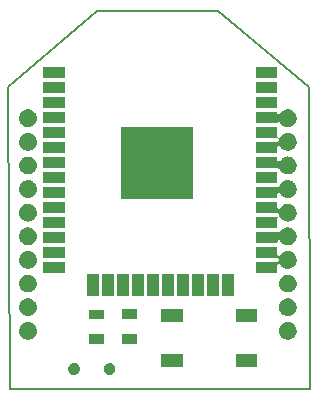
<source format=gts>
%TF.GenerationSoftware,KiCad,Pcbnew,(5.1.0-1094-g655126d66)*%
%TF.CreationDate,2019-06-26T20:43:34+09:00*%
%TF.ProjectId,xbee,78626565-2e6b-4696-9361-645f70636258,rev?*%
%TF.SameCoordinates,Original*%
%TF.FileFunction,Soldermask,Top*%
%TF.FilePolarity,Negative*%
%FSLAX46Y46*%
G04 Gerber Fmt 4.6, Leading zero omitted, Abs format (unit mm)*
G04 Created by KiCad (PCBNEW (5.1.0-1094-g655126d66)) date 2019-06-26 20:43:34*
%MOMM*%
%LPD*%
G04 APERTURE LIST*
%ADD10C,0.150000*%
%ADD11C,0.100000*%
G04 APERTURE END LIST*
D10*
X143250000Y-90250000D02*
X153500000Y-90250000D01*
X135750000Y-96750000D02*
X143250000Y-90250000D01*
X135750000Y-96750000D02*
X135850000Y-122250000D01*
X153500000Y-90250000D02*
X161201100Y-96750000D01*
X161201100Y-96750000D02*
X161250000Y-122250000D01*
X161250000Y-122250000D02*
X135850000Y-122250000D01*
D11*
G36*
X141353523Y-120081377D02*
G01*
X141394623Y-120083962D01*
X141415208Y-120090651D01*
X141445448Y-120095197D01*
X141483648Y-120112888D01*
X141515011Y-120123079D01*
X141540285Y-120139118D01*
X141575670Y-120155506D01*
X141601030Y-120177668D01*
X141621888Y-120190905D01*
X141648021Y-120218734D01*
X141683730Y-120249940D01*
X141697322Y-120271234D01*
X141708540Y-120283180D01*
X141730847Y-120323757D01*
X141760943Y-120370907D01*
X141765655Y-120387072D01*
X141769520Y-120394103D01*
X141782951Y-120446413D01*
X141801101Y-120508683D01*
X141800996Y-120516694D01*
X141801000Y-120516709D01*
X141801000Y-120643291D01*
X141799250Y-120650106D01*
X141799063Y-120664410D01*
X141781450Y-120719433D01*
X141769520Y-120765897D01*
X141762474Y-120778713D01*
X141755312Y-120801088D01*
X141727760Y-120841858D01*
X141708540Y-120876820D01*
X141692824Y-120893556D01*
X141674959Y-120919992D01*
X141643572Y-120946004D01*
X141621888Y-120969095D01*
X141595510Y-120985835D01*
X141564463Y-121011565D01*
X141534761Y-121024387D01*
X141515011Y-121036921D01*
X141477478Y-121049116D01*
X141432707Y-121068444D01*
X141408954Y-121071382D01*
X141394623Y-121076038D01*
X141347162Y-121079024D01*
X141290283Y-121086058D01*
X141274974Y-121083565D01*
X141268293Y-121083985D01*
X141214222Y-121073671D01*
X141148640Y-121062990D01*
X141079542Y-121029957D01*
X141029419Y-121006371D01*
X141028345Y-121005483D01*
X141019165Y-121001094D01*
X140972293Y-120959112D01*
X140931884Y-120925683D01*
X140926135Y-120917770D01*
X140912266Y-120905348D01*
X140883691Y-120859351D01*
X140857481Y-120823276D01*
X140850805Y-120806415D01*
X140836536Y-120783446D01*
X140824298Y-120739465D01*
X140810883Y-120705583D01*
X140807568Y-120679341D01*
X140798065Y-120645190D01*
X140798552Y-120607975D01*
X140795018Y-120580000D01*
X140799369Y-120545559D01*
X140799943Y-120501693D01*
X140808390Y-120474150D01*
X140810883Y-120454417D01*
X140826672Y-120414538D01*
X140842021Y-120364491D01*
X140853232Y-120347457D01*
X140857481Y-120336724D01*
X140887365Y-120295592D01*
X140920915Y-120244614D01*
X140930027Y-120236872D01*
X140931884Y-120234317D01*
X140975762Y-120198018D01*
X141030284Y-120151698D01*
X141092992Y-120123713D01*
X141143950Y-120099734D01*
X141148797Y-120098809D01*
X141161335Y-120093214D01*
X141219951Y-120085237D01*
X141268293Y-120076015D01*
X141281570Y-120076850D01*
X141303534Y-120073861D01*
X141353523Y-120081377D01*
X141353523Y-120081377D01*
G37*
G36*
X144353523Y-120081377D02*
G01*
X144394623Y-120083962D01*
X144415208Y-120090651D01*
X144445448Y-120095197D01*
X144483648Y-120112888D01*
X144515011Y-120123079D01*
X144540285Y-120139118D01*
X144575670Y-120155506D01*
X144601030Y-120177668D01*
X144621888Y-120190905D01*
X144648021Y-120218734D01*
X144683730Y-120249940D01*
X144697322Y-120271234D01*
X144708540Y-120283180D01*
X144730847Y-120323757D01*
X144760943Y-120370907D01*
X144765655Y-120387072D01*
X144769520Y-120394103D01*
X144782951Y-120446413D01*
X144801101Y-120508683D01*
X144800996Y-120516694D01*
X144801000Y-120516709D01*
X144801000Y-120643291D01*
X144799250Y-120650106D01*
X144799063Y-120664410D01*
X144781450Y-120719433D01*
X144769520Y-120765897D01*
X144762474Y-120778713D01*
X144755312Y-120801088D01*
X144727760Y-120841858D01*
X144708540Y-120876820D01*
X144692824Y-120893556D01*
X144674959Y-120919992D01*
X144643572Y-120946004D01*
X144621888Y-120969095D01*
X144595510Y-120985835D01*
X144564463Y-121011565D01*
X144534761Y-121024387D01*
X144515011Y-121036921D01*
X144477478Y-121049116D01*
X144432707Y-121068444D01*
X144408954Y-121071382D01*
X144394623Y-121076038D01*
X144347162Y-121079024D01*
X144290283Y-121086058D01*
X144274974Y-121083565D01*
X144268293Y-121083985D01*
X144214222Y-121073671D01*
X144148640Y-121062990D01*
X144079542Y-121029957D01*
X144029419Y-121006371D01*
X144028345Y-121005483D01*
X144019165Y-121001094D01*
X143972293Y-120959112D01*
X143931884Y-120925683D01*
X143926135Y-120917770D01*
X143912266Y-120905348D01*
X143883691Y-120859351D01*
X143857481Y-120823276D01*
X143850805Y-120806415D01*
X143836536Y-120783446D01*
X143824298Y-120739465D01*
X143810883Y-120705583D01*
X143807568Y-120679341D01*
X143798065Y-120645190D01*
X143798552Y-120607975D01*
X143795018Y-120580000D01*
X143799369Y-120545559D01*
X143799943Y-120501693D01*
X143808390Y-120474150D01*
X143810883Y-120454417D01*
X143826672Y-120414538D01*
X143842021Y-120364491D01*
X143853232Y-120347457D01*
X143857481Y-120336724D01*
X143887365Y-120295592D01*
X143920915Y-120244614D01*
X143930027Y-120236872D01*
X143931884Y-120234317D01*
X143975762Y-120198018D01*
X144030284Y-120151698D01*
X144092992Y-120123713D01*
X144143950Y-120099734D01*
X144148797Y-120098809D01*
X144161335Y-120093214D01*
X144219951Y-120085237D01*
X144268293Y-120076015D01*
X144281570Y-120076850D01*
X144303534Y-120073861D01*
X144353523Y-120081377D01*
X144353523Y-120081377D01*
G37*
G36*
X156801000Y-120451000D02*
G01*
X154999000Y-120451000D01*
X154999000Y-119349000D01*
X156801000Y-119349000D01*
X156801000Y-120451000D01*
X156801000Y-120451000D01*
G37*
G36*
X150501000Y-120451000D02*
G01*
X148699000Y-120451000D01*
X148699000Y-119349000D01*
X150501000Y-119349000D01*
X150501000Y-120451000D01*
X150501000Y-120451000D01*
G37*
G36*
X146671000Y-118451000D02*
G01*
X145369000Y-118451000D01*
X145369000Y-117649000D01*
X146671000Y-117649000D01*
X146671000Y-118451000D01*
X146671000Y-118451000D01*
G37*
G36*
X143877000Y-118451000D02*
G01*
X142575000Y-118451000D01*
X142575000Y-117649000D01*
X143877000Y-117649000D01*
X143877000Y-118451000D01*
X143877000Y-118451000D01*
G37*
G36*
X137488225Y-116602749D02*
G01*
X137523382Y-116604714D01*
X137568027Y-116617179D01*
X137619803Y-116626542D01*
X137652320Y-116640715D01*
X137680541Y-116648594D01*
X137726654Y-116673113D01*
X137780339Y-116696511D01*
X137803972Y-116714223D01*
X137824615Y-116725199D01*
X137868854Y-116762849D01*
X137920473Y-116801536D01*
X137935587Y-116819645D01*
X137948877Y-116830955D01*
X137987520Y-116881865D01*
X138032688Y-116935981D01*
X138040571Y-116951757D01*
X138047529Y-116960924D01*
X138076748Y-117024159D01*
X138110963Y-117092635D01*
X138113639Y-117103998D01*
X138115972Y-117109048D01*
X138132095Y-117182381D01*
X138151101Y-117263095D01*
X138150902Y-117285871D01*
X138150374Y-117437040D01*
X138149552Y-117440660D01*
X138149470Y-117450001D01*
X138130118Y-117526200D01*
X138114272Y-117595947D01*
X138110214Y-117604571D01*
X138106363Y-117619734D01*
X138072838Y-117683999D01*
X138044799Y-117743584D01*
X138035359Y-117755842D01*
X138025366Y-117774998D01*
X137981865Y-117825306D01*
X137945239Y-117872865D01*
X137928844Y-117886622D01*
X137910822Y-117907464D01*
X137861751Y-117942921D01*
X137820242Y-117977751D01*
X137796024Y-117990412D01*
X137768877Y-118010027D01*
X137718451Y-118030966D01*
X137675637Y-118053348D01*
X137643559Y-118062063D01*
X137607144Y-118077184D01*
X137559110Y-118085007D01*
X137518177Y-118096128D01*
X137479084Y-118098040D01*
X137434299Y-118105334D01*
X137391674Y-118102316D01*
X137355199Y-118104100D01*
X137310789Y-118096589D01*
X137259615Y-118092965D01*
X137224495Y-118081993D01*
X137194308Y-118076887D01*
X137147091Y-118057810D01*
X137092462Y-118040743D01*
X137065922Y-118025016D01*
X137043020Y-118015763D01*
X136996152Y-117983672D01*
X136941805Y-117951467D01*
X136923877Y-117934184D01*
X136908387Y-117923578D01*
X136865507Y-117877915D01*
X136815727Y-117829927D01*
X136805473Y-117813985D01*
X136796687Y-117804629D01*
X136761657Y-117745866D01*
X136720991Y-117682643D01*
X136716663Y-117670387D01*
X136713135Y-117664469D01*
X136689780Y-117594261D01*
X136662678Y-117517515D01*
X136661925Y-117510525D01*
X136661631Y-117509642D01*
X136653746Y-117434624D01*
X136643917Y-117343402D01*
X136654330Y-117260392D01*
X136662763Y-117185207D01*
X136664344Y-117180563D01*
X136665714Y-117169642D01*
X136692689Y-117097301D01*
X136715347Y-117030744D01*
X136720968Y-117021463D01*
X136726899Y-117005557D01*
X136766435Y-116946388D01*
X136799876Y-116891170D01*
X136811456Y-116879010D01*
X136824192Y-116859949D01*
X136871892Y-116815545D01*
X136912404Y-116773004D01*
X136931242Y-116760298D01*
X136952372Y-116740628D01*
X137003834Y-116711334D01*
X137047678Y-116681761D01*
X137074309Y-116671217D01*
X137104564Y-116653995D01*
X137155690Y-116638996D01*
X137199391Y-116621694D01*
X137233499Y-116616170D01*
X137272603Y-116604698D01*
X137319882Y-116602179D01*
X137360464Y-116595606D01*
X137400856Y-116597864D01*
X137447477Y-116595380D01*
X137488225Y-116602749D01*
X137488225Y-116602749D01*
G37*
G36*
X159488225Y-116602749D02*
G01*
X159523382Y-116604714D01*
X159568027Y-116617179D01*
X159619803Y-116626542D01*
X159652320Y-116640715D01*
X159680541Y-116648594D01*
X159726654Y-116673113D01*
X159780339Y-116696511D01*
X159803972Y-116714223D01*
X159824615Y-116725199D01*
X159868854Y-116762849D01*
X159920473Y-116801536D01*
X159935587Y-116819645D01*
X159948877Y-116830955D01*
X159987520Y-116881865D01*
X160032688Y-116935981D01*
X160040571Y-116951757D01*
X160047529Y-116960924D01*
X160076748Y-117024159D01*
X160110963Y-117092635D01*
X160113639Y-117103998D01*
X160115972Y-117109048D01*
X160132095Y-117182381D01*
X160151101Y-117263095D01*
X160150902Y-117285871D01*
X160150374Y-117437040D01*
X160149552Y-117440660D01*
X160149470Y-117450001D01*
X160130118Y-117526200D01*
X160114272Y-117595947D01*
X160110214Y-117604571D01*
X160106363Y-117619734D01*
X160072838Y-117683999D01*
X160044799Y-117743584D01*
X160035359Y-117755842D01*
X160025366Y-117774998D01*
X159981865Y-117825306D01*
X159945239Y-117872865D01*
X159928844Y-117886622D01*
X159910822Y-117907464D01*
X159861751Y-117942921D01*
X159820242Y-117977751D01*
X159796024Y-117990412D01*
X159768877Y-118010027D01*
X159718451Y-118030966D01*
X159675637Y-118053348D01*
X159643559Y-118062063D01*
X159607144Y-118077184D01*
X159559110Y-118085007D01*
X159518177Y-118096128D01*
X159479084Y-118098040D01*
X159434299Y-118105334D01*
X159391674Y-118102316D01*
X159355199Y-118104100D01*
X159310789Y-118096589D01*
X159259615Y-118092965D01*
X159224495Y-118081993D01*
X159194308Y-118076887D01*
X159147091Y-118057810D01*
X159092462Y-118040743D01*
X159065922Y-118025016D01*
X159043020Y-118015763D01*
X158996152Y-117983672D01*
X158941805Y-117951467D01*
X158923877Y-117934184D01*
X158908387Y-117923578D01*
X158865507Y-117877915D01*
X158815727Y-117829927D01*
X158805473Y-117813985D01*
X158796687Y-117804629D01*
X158761657Y-117745866D01*
X158720991Y-117682643D01*
X158716663Y-117670387D01*
X158713135Y-117664469D01*
X158689780Y-117594261D01*
X158662678Y-117517515D01*
X158661925Y-117510525D01*
X158661631Y-117509642D01*
X158653746Y-117434624D01*
X158643917Y-117343402D01*
X158654330Y-117260392D01*
X158662763Y-117185207D01*
X158664344Y-117180563D01*
X158665714Y-117169642D01*
X158692689Y-117097301D01*
X158715347Y-117030744D01*
X158720968Y-117021463D01*
X158726899Y-117005557D01*
X158766435Y-116946388D01*
X158799876Y-116891170D01*
X158811456Y-116879010D01*
X158824192Y-116859949D01*
X158871892Y-116815545D01*
X158912404Y-116773004D01*
X158931242Y-116760298D01*
X158952372Y-116740628D01*
X159003834Y-116711334D01*
X159047678Y-116681761D01*
X159074309Y-116671217D01*
X159104564Y-116653995D01*
X159155690Y-116638996D01*
X159199391Y-116621694D01*
X159233499Y-116616170D01*
X159272603Y-116604698D01*
X159319882Y-116602179D01*
X159360464Y-116595606D01*
X159400856Y-116597864D01*
X159447477Y-116595380D01*
X159488225Y-116602749D01*
X159488225Y-116602749D01*
G37*
G36*
X150501000Y-116651000D02*
G01*
X148699000Y-116651000D01*
X148699000Y-115549000D01*
X150501000Y-115549000D01*
X150501000Y-116651000D01*
X150501000Y-116651000D01*
G37*
G36*
X156801000Y-116651000D02*
G01*
X154999000Y-116651000D01*
X154999000Y-115549000D01*
X156801000Y-115549000D01*
X156801000Y-116651000D01*
X156801000Y-116651000D01*
G37*
G36*
X143877000Y-116385000D02*
G01*
X142575000Y-116385000D01*
X142575000Y-115583000D01*
X143877000Y-115583000D01*
X143877000Y-116385000D01*
X143877000Y-116385000D01*
G37*
G36*
X146671000Y-116351000D02*
G01*
X145369000Y-116351000D01*
X145369000Y-115549000D01*
X146671000Y-115549000D01*
X146671000Y-116351000D01*
X146671000Y-116351000D01*
G37*
G36*
X159488225Y-114602749D02*
G01*
X159523382Y-114604714D01*
X159568027Y-114617179D01*
X159619803Y-114626542D01*
X159652320Y-114640715D01*
X159680541Y-114648594D01*
X159726654Y-114673113D01*
X159780339Y-114696511D01*
X159803972Y-114714223D01*
X159824615Y-114725199D01*
X159868854Y-114762849D01*
X159920473Y-114801536D01*
X159935587Y-114819645D01*
X159948877Y-114830955D01*
X159987520Y-114881865D01*
X160032688Y-114935981D01*
X160040571Y-114951757D01*
X160047529Y-114960924D01*
X160076748Y-115024159D01*
X160110963Y-115092635D01*
X160113639Y-115103998D01*
X160115972Y-115109048D01*
X160132095Y-115182381D01*
X160151101Y-115263095D01*
X160150902Y-115285871D01*
X160150374Y-115437040D01*
X160149552Y-115440660D01*
X160149470Y-115450001D01*
X160130118Y-115526200D01*
X160114272Y-115595947D01*
X160110214Y-115604571D01*
X160106363Y-115619734D01*
X160072838Y-115683999D01*
X160044799Y-115743584D01*
X160035359Y-115755842D01*
X160025366Y-115774998D01*
X159981865Y-115825306D01*
X159945239Y-115872865D01*
X159928844Y-115886622D01*
X159910822Y-115907464D01*
X159861751Y-115942921D01*
X159820242Y-115977751D01*
X159796024Y-115990412D01*
X159768877Y-116010027D01*
X159718451Y-116030966D01*
X159675637Y-116053348D01*
X159643559Y-116062063D01*
X159607144Y-116077184D01*
X159559110Y-116085007D01*
X159518177Y-116096128D01*
X159479084Y-116098040D01*
X159434299Y-116105334D01*
X159391674Y-116102316D01*
X159355199Y-116104100D01*
X159310789Y-116096589D01*
X159259615Y-116092965D01*
X159224495Y-116081993D01*
X159194308Y-116076887D01*
X159147091Y-116057810D01*
X159092462Y-116040743D01*
X159065922Y-116025016D01*
X159043020Y-116015763D01*
X158996152Y-115983672D01*
X158941805Y-115951467D01*
X158923877Y-115934184D01*
X158908387Y-115923578D01*
X158865507Y-115877915D01*
X158815727Y-115829927D01*
X158805473Y-115813985D01*
X158796687Y-115804629D01*
X158761657Y-115745866D01*
X158720991Y-115682643D01*
X158716663Y-115670387D01*
X158713135Y-115664469D01*
X158689780Y-115594261D01*
X158662678Y-115517515D01*
X158661925Y-115510525D01*
X158661631Y-115509642D01*
X158653746Y-115434624D01*
X158643917Y-115343402D01*
X158654330Y-115260392D01*
X158662763Y-115185207D01*
X158664344Y-115180563D01*
X158665714Y-115169642D01*
X158692689Y-115097301D01*
X158715347Y-115030744D01*
X158720968Y-115021463D01*
X158726899Y-115005557D01*
X158766435Y-114946388D01*
X158799876Y-114891170D01*
X158811456Y-114879010D01*
X158824192Y-114859949D01*
X158871892Y-114815545D01*
X158912404Y-114773004D01*
X158931242Y-114760298D01*
X158952372Y-114740628D01*
X159003834Y-114711334D01*
X159047678Y-114681761D01*
X159074309Y-114671217D01*
X159104564Y-114653995D01*
X159155690Y-114638996D01*
X159199391Y-114621694D01*
X159233499Y-114616170D01*
X159272603Y-114604698D01*
X159319882Y-114602179D01*
X159360464Y-114595606D01*
X159400856Y-114597864D01*
X159447477Y-114595380D01*
X159488225Y-114602749D01*
X159488225Y-114602749D01*
G37*
G36*
X137488225Y-114602749D02*
G01*
X137523382Y-114604714D01*
X137568027Y-114617179D01*
X137619803Y-114626542D01*
X137652320Y-114640715D01*
X137680541Y-114648594D01*
X137726654Y-114673113D01*
X137780339Y-114696511D01*
X137803972Y-114714223D01*
X137824615Y-114725199D01*
X137868854Y-114762849D01*
X137920473Y-114801536D01*
X137935587Y-114819645D01*
X137948877Y-114830955D01*
X137987520Y-114881865D01*
X138032688Y-114935981D01*
X138040571Y-114951757D01*
X138047529Y-114960924D01*
X138076748Y-115024159D01*
X138110963Y-115092635D01*
X138113639Y-115103998D01*
X138115972Y-115109048D01*
X138132095Y-115182381D01*
X138151101Y-115263095D01*
X138150902Y-115285871D01*
X138150374Y-115437040D01*
X138149552Y-115440660D01*
X138149470Y-115450001D01*
X138130118Y-115526200D01*
X138114272Y-115595947D01*
X138110214Y-115604571D01*
X138106363Y-115619734D01*
X138072838Y-115683999D01*
X138044799Y-115743584D01*
X138035359Y-115755842D01*
X138025366Y-115774998D01*
X137981865Y-115825306D01*
X137945239Y-115872865D01*
X137928844Y-115886622D01*
X137910822Y-115907464D01*
X137861751Y-115942921D01*
X137820242Y-115977751D01*
X137796024Y-115990412D01*
X137768877Y-116010027D01*
X137718451Y-116030966D01*
X137675637Y-116053348D01*
X137643559Y-116062063D01*
X137607144Y-116077184D01*
X137559110Y-116085007D01*
X137518177Y-116096128D01*
X137479084Y-116098040D01*
X137434299Y-116105334D01*
X137391674Y-116102316D01*
X137355199Y-116104100D01*
X137310789Y-116096589D01*
X137259615Y-116092965D01*
X137224495Y-116081993D01*
X137194308Y-116076887D01*
X137147091Y-116057810D01*
X137092462Y-116040743D01*
X137065922Y-116025016D01*
X137043020Y-116015763D01*
X136996152Y-115983672D01*
X136941805Y-115951467D01*
X136923877Y-115934184D01*
X136908387Y-115923578D01*
X136865507Y-115877915D01*
X136815727Y-115829927D01*
X136805473Y-115813985D01*
X136796687Y-115804629D01*
X136761657Y-115745866D01*
X136720991Y-115682643D01*
X136716663Y-115670387D01*
X136713135Y-115664469D01*
X136689780Y-115594261D01*
X136662678Y-115517515D01*
X136661925Y-115510525D01*
X136661631Y-115509642D01*
X136653746Y-115434624D01*
X136643917Y-115343402D01*
X136654330Y-115260392D01*
X136662763Y-115185207D01*
X136664344Y-115180563D01*
X136665714Y-115169642D01*
X136692689Y-115097301D01*
X136715347Y-115030744D01*
X136720968Y-115021463D01*
X136726899Y-115005557D01*
X136766435Y-114946388D01*
X136799876Y-114891170D01*
X136811456Y-114879010D01*
X136824192Y-114859949D01*
X136871892Y-114815545D01*
X136912404Y-114773004D01*
X136931242Y-114760298D01*
X136952372Y-114740628D01*
X137003834Y-114711334D01*
X137047678Y-114681761D01*
X137074309Y-114671217D01*
X137104564Y-114653995D01*
X137155690Y-114638996D01*
X137199391Y-114621694D01*
X137233499Y-114616170D01*
X137272603Y-114604698D01*
X137319882Y-114602179D01*
X137360464Y-114595606D01*
X137400856Y-114597864D01*
X137447477Y-114595380D01*
X137488225Y-114602749D01*
X137488225Y-114602749D01*
G37*
G36*
X143386434Y-114408662D02*
G01*
X142384434Y-114408662D01*
X142384434Y-112556662D01*
X143386434Y-112556662D01*
X143386434Y-114408662D01*
X143386434Y-114408662D01*
G37*
G36*
X144656434Y-114408662D02*
G01*
X143654434Y-114408662D01*
X143654434Y-112556662D01*
X144656434Y-112556662D01*
X144656434Y-114408662D01*
X144656434Y-114408662D01*
G37*
G36*
X145926434Y-114408662D02*
G01*
X144924434Y-114408662D01*
X144924434Y-112556662D01*
X145926434Y-112556662D01*
X145926434Y-114408662D01*
X145926434Y-114408662D01*
G37*
G36*
X147196434Y-114408662D02*
G01*
X146194434Y-114408662D01*
X146194434Y-112556662D01*
X147196434Y-112556662D01*
X147196434Y-114408662D01*
X147196434Y-114408662D01*
G37*
G36*
X148466434Y-114408662D02*
G01*
X147464434Y-114408662D01*
X147464434Y-112556662D01*
X148466434Y-112556662D01*
X148466434Y-114408662D01*
X148466434Y-114408662D01*
G37*
G36*
X149736434Y-114408662D02*
G01*
X148734434Y-114408662D01*
X148734434Y-112556662D01*
X149736434Y-112556662D01*
X149736434Y-114408662D01*
X149736434Y-114408662D01*
G37*
G36*
X151006434Y-114408662D02*
G01*
X150004434Y-114408662D01*
X150004434Y-112556662D01*
X151006434Y-112556662D01*
X151006434Y-114408662D01*
X151006434Y-114408662D01*
G37*
G36*
X152276434Y-114408662D02*
G01*
X151274434Y-114408662D01*
X151274434Y-112556662D01*
X152276434Y-112556662D01*
X152276434Y-114408662D01*
X152276434Y-114408662D01*
G37*
G36*
X153546434Y-114408662D02*
G01*
X152544434Y-114408662D01*
X152544434Y-112556662D01*
X153546434Y-112556662D01*
X153546434Y-114408662D01*
X153546434Y-114408662D01*
G37*
G36*
X154816434Y-114408662D02*
G01*
X153814434Y-114408662D01*
X153814434Y-112556662D01*
X154816434Y-112556662D01*
X154816434Y-114408662D01*
X154816434Y-114408662D01*
G37*
G36*
X159488225Y-112602749D02*
G01*
X159523382Y-112604714D01*
X159568027Y-112617179D01*
X159619803Y-112626542D01*
X159652320Y-112640715D01*
X159680541Y-112648594D01*
X159726654Y-112673113D01*
X159780339Y-112696511D01*
X159803972Y-112714223D01*
X159824615Y-112725199D01*
X159868854Y-112762849D01*
X159920473Y-112801536D01*
X159935587Y-112819645D01*
X159948877Y-112830955D01*
X159987520Y-112881865D01*
X160032688Y-112935981D01*
X160040571Y-112951757D01*
X160047529Y-112960924D01*
X160076748Y-113024159D01*
X160110963Y-113092635D01*
X160113639Y-113103998D01*
X160115972Y-113109048D01*
X160132095Y-113182381D01*
X160151101Y-113263095D01*
X160150902Y-113285871D01*
X160150374Y-113437040D01*
X160149552Y-113440660D01*
X160149470Y-113450001D01*
X160130118Y-113526200D01*
X160114272Y-113595947D01*
X160110214Y-113604571D01*
X160106363Y-113619734D01*
X160072838Y-113683999D01*
X160044799Y-113743584D01*
X160035359Y-113755842D01*
X160025366Y-113774998D01*
X159981865Y-113825306D01*
X159945239Y-113872865D01*
X159928844Y-113886622D01*
X159910822Y-113907464D01*
X159861751Y-113942921D01*
X159820242Y-113977751D01*
X159796024Y-113990412D01*
X159768877Y-114010027D01*
X159718451Y-114030966D01*
X159675637Y-114053348D01*
X159643559Y-114062063D01*
X159607144Y-114077184D01*
X159559110Y-114085007D01*
X159518177Y-114096128D01*
X159479084Y-114098040D01*
X159434299Y-114105334D01*
X159391674Y-114102316D01*
X159355199Y-114104100D01*
X159310789Y-114096589D01*
X159259615Y-114092965D01*
X159224495Y-114081993D01*
X159194308Y-114076887D01*
X159147091Y-114057810D01*
X159092462Y-114040743D01*
X159065922Y-114025016D01*
X159043020Y-114015763D01*
X158996152Y-113983672D01*
X158941805Y-113951467D01*
X158923877Y-113934184D01*
X158908387Y-113923578D01*
X158865507Y-113877915D01*
X158815727Y-113829927D01*
X158805473Y-113813985D01*
X158796687Y-113804629D01*
X158761657Y-113745866D01*
X158720991Y-113682643D01*
X158716663Y-113670387D01*
X158713135Y-113664469D01*
X158689780Y-113594261D01*
X158662678Y-113517515D01*
X158661925Y-113510525D01*
X158661631Y-113509642D01*
X158653746Y-113434624D01*
X158643917Y-113343402D01*
X158654330Y-113260392D01*
X158662763Y-113185207D01*
X158664344Y-113180563D01*
X158665714Y-113169642D01*
X158692689Y-113097301D01*
X158715347Y-113030744D01*
X158720968Y-113021463D01*
X158726899Y-113005557D01*
X158766435Y-112946388D01*
X158799876Y-112891170D01*
X158811456Y-112879010D01*
X158824192Y-112859949D01*
X158871892Y-112815545D01*
X158912404Y-112773004D01*
X158931242Y-112760298D01*
X158952372Y-112740628D01*
X159003834Y-112711334D01*
X159047678Y-112681761D01*
X159074309Y-112671217D01*
X159104564Y-112653995D01*
X159155690Y-112638996D01*
X159199391Y-112621694D01*
X159233499Y-112616170D01*
X159272603Y-112604698D01*
X159319882Y-112602179D01*
X159360464Y-112595606D01*
X159400856Y-112597864D01*
X159447477Y-112595380D01*
X159488225Y-112602749D01*
X159488225Y-112602749D01*
G37*
G36*
X137488225Y-112602749D02*
G01*
X137523382Y-112604714D01*
X137568027Y-112617179D01*
X137619803Y-112626542D01*
X137652320Y-112640715D01*
X137680541Y-112648594D01*
X137726654Y-112673113D01*
X137780339Y-112696511D01*
X137803972Y-112714223D01*
X137824615Y-112725199D01*
X137868854Y-112762849D01*
X137920473Y-112801536D01*
X137935587Y-112819645D01*
X137948877Y-112830955D01*
X137987520Y-112881865D01*
X138032688Y-112935981D01*
X138040571Y-112951757D01*
X138047529Y-112960924D01*
X138076748Y-113024159D01*
X138110963Y-113092635D01*
X138113639Y-113103998D01*
X138115972Y-113109048D01*
X138132095Y-113182381D01*
X138151101Y-113263095D01*
X138150902Y-113285871D01*
X138150374Y-113437040D01*
X138149552Y-113440660D01*
X138149470Y-113450001D01*
X138130118Y-113526200D01*
X138114272Y-113595947D01*
X138110214Y-113604571D01*
X138106363Y-113619734D01*
X138072838Y-113683999D01*
X138044799Y-113743584D01*
X138035359Y-113755842D01*
X138025366Y-113774998D01*
X137981865Y-113825306D01*
X137945239Y-113872865D01*
X137928844Y-113886622D01*
X137910822Y-113907464D01*
X137861751Y-113942921D01*
X137820242Y-113977751D01*
X137796024Y-113990412D01*
X137768877Y-114010027D01*
X137718451Y-114030966D01*
X137675637Y-114053348D01*
X137643559Y-114062063D01*
X137607144Y-114077184D01*
X137559110Y-114085007D01*
X137518177Y-114096128D01*
X137479084Y-114098040D01*
X137434299Y-114105334D01*
X137391674Y-114102316D01*
X137355199Y-114104100D01*
X137310789Y-114096589D01*
X137259615Y-114092965D01*
X137224495Y-114081993D01*
X137194308Y-114076887D01*
X137147091Y-114057810D01*
X137092462Y-114040743D01*
X137065922Y-114025016D01*
X137043020Y-114015763D01*
X136996152Y-113983672D01*
X136941805Y-113951467D01*
X136923877Y-113934184D01*
X136908387Y-113923578D01*
X136865507Y-113877915D01*
X136815727Y-113829927D01*
X136805473Y-113813985D01*
X136796687Y-113804629D01*
X136761657Y-113745866D01*
X136720991Y-113682643D01*
X136716663Y-113670387D01*
X136713135Y-113664469D01*
X136689780Y-113594261D01*
X136662678Y-113517515D01*
X136661925Y-113510525D01*
X136661631Y-113509642D01*
X136653746Y-113434624D01*
X136643917Y-113343402D01*
X136654330Y-113260392D01*
X136662763Y-113185207D01*
X136664344Y-113180563D01*
X136665714Y-113169642D01*
X136692689Y-113097301D01*
X136715347Y-113030744D01*
X136720968Y-113021463D01*
X136726899Y-113005557D01*
X136766435Y-112946388D01*
X136799876Y-112891170D01*
X136811456Y-112879010D01*
X136824192Y-112859949D01*
X136871892Y-112815545D01*
X136912404Y-112773004D01*
X136931242Y-112760298D01*
X136952372Y-112740628D01*
X137003834Y-112711334D01*
X137047678Y-112681761D01*
X137074309Y-112671217D01*
X137104564Y-112653995D01*
X137155690Y-112638996D01*
X137199391Y-112621694D01*
X137233499Y-112616170D01*
X137272603Y-112604698D01*
X137319882Y-112602179D01*
X137360464Y-112595606D01*
X137400856Y-112597864D01*
X137447477Y-112595380D01*
X137488225Y-112602749D01*
X137488225Y-112602749D01*
G37*
G36*
X158526434Y-110894979D02*
G01*
X158546277Y-110962559D01*
X158599507Y-111008682D01*
X158669222Y-111018706D01*
X158733290Y-110989447D01*
X158754337Y-110964493D01*
X158766429Y-110946396D01*
X158799875Y-110891170D01*
X158811458Y-110879007D01*
X158824192Y-110859949D01*
X158871889Y-110815548D01*
X158912404Y-110773004D01*
X158931242Y-110760298D01*
X158952372Y-110740628D01*
X159003834Y-110711334D01*
X159047678Y-110681761D01*
X159074309Y-110671217D01*
X159104564Y-110653995D01*
X159155690Y-110638996D01*
X159199391Y-110621694D01*
X159233499Y-110616170D01*
X159272603Y-110604698D01*
X159319882Y-110602179D01*
X159360464Y-110595606D01*
X159400856Y-110597864D01*
X159447477Y-110595380D01*
X159488225Y-110602749D01*
X159523382Y-110604714D01*
X159568027Y-110617179D01*
X159619803Y-110626542D01*
X159652320Y-110640715D01*
X159680541Y-110648594D01*
X159726654Y-110673113D01*
X159780339Y-110696511D01*
X159803972Y-110714223D01*
X159824615Y-110725199D01*
X159868854Y-110762849D01*
X159920473Y-110801536D01*
X159935587Y-110819645D01*
X159948877Y-110830955D01*
X159987520Y-110881865D01*
X160032688Y-110935981D01*
X160040571Y-110951757D01*
X160047529Y-110960924D01*
X160076748Y-111024159D01*
X160110963Y-111092635D01*
X160113639Y-111103998D01*
X160115972Y-111109048D01*
X160132095Y-111182381D01*
X160151101Y-111263095D01*
X160150902Y-111285871D01*
X160150374Y-111437040D01*
X160149552Y-111440660D01*
X160149470Y-111450001D01*
X160130118Y-111526200D01*
X160114272Y-111595947D01*
X160110214Y-111604571D01*
X160106363Y-111619734D01*
X160072838Y-111683999D01*
X160044799Y-111743584D01*
X160035359Y-111755842D01*
X160025366Y-111774998D01*
X159981865Y-111825306D01*
X159945239Y-111872865D01*
X159928844Y-111886622D01*
X159910822Y-111907464D01*
X159861751Y-111942921D01*
X159820242Y-111977751D01*
X159796024Y-111990412D01*
X159768877Y-112010027D01*
X159718451Y-112030966D01*
X159675637Y-112053348D01*
X159643559Y-112062063D01*
X159607144Y-112077184D01*
X159559110Y-112085007D01*
X159518177Y-112096128D01*
X159479084Y-112098040D01*
X159434299Y-112105334D01*
X159391674Y-112102316D01*
X159355199Y-112104100D01*
X159310789Y-112096589D01*
X159259615Y-112092965D01*
X159224495Y-112081993D01*
X159194308Y-112076887D01*
X159147091Y-112057810D01*
X159092462Y-112040743D01*
X159065922Y-112025016D01*
X159043020Y-112015763D01*
X158996152Y-111983672D01*
X158941805Y-111951467D01*
X158923877Y-111934184D01*
X158908387Y-111923578D01*
X158865507Y-111877915D01*
X158815727Y-111829927D01*
X158805473Y-111813985D01*
X158796686Y-111804628D01*
X158761651Y-111745856D01*
X158758244Y-111740560D01*
X158707154Y-111693189D01*
X158637815Y-111680826D01*
X158572800Y-111707913D01*
X158532750Y-111765851D01*
X158526434Y-111805081D01*
X158526434Y-112493662D01*
X156674434Y-112493662D01*
X156674434Y-111491662D01*
X158520916Y-111491662D01*
X158588496Y-111471819D01*
X158634619Y-111418589D01*
X158645101Y-111354389D01*
X158643917Y-111343402D01*
X158644048Y-111342355D01*
X158643338Y-111335596D01*
X158616540Y-111270460D01*
X158558781Y-111230153D01*
X158519024Y-111223662D01*
X156674434Y-111223662D01*
X156674434Y-110221662D01*
X158526434Y-110221662D01*
X158526434Y-110894979D01*
X158526434Y-110894979D01*
G37*
G36*
X140526434Y-112493662D02*
G01*
X138674434Y-112493662D01*
X138674434Y-111491662D01*
X140526434Y-111491662D01*
X140526434Y-112493662D01*
X140526434Y-112493662D01*
G37*
G36*
X137488225Y-110602749D02*
G01*
X137523382Y-110604714D01*
X137568027Y-110617179D01*
X137619803Y-110626542D01*
X137652320Y-110640715D01*
X137680541Y-110648594D01*
X137726654Y-110673113D01*
X137780339Y-110696511D01*
X137803972Y-110714223D01*
X137824615Y-110725199D01*
X137868854Y-110762849D01*
X137920473Y-110801536D01*
X137935587Y-110819645D01*
X137948877Y-110830955D01*
X137987520Y-110881865D01*
X138032688Y-110935981D01*
X138040571Y-110951757D01*
X138047529Y-110960924D01*
X138076748Y-111024159D01*
X138110963Y-111092635D01*
X138113639Y-111103998D01*
X138115972Y-111109048D01*
X138132095Y-111182381D01*
X138151101Y-111263095D01*
X138150902Y-111285871D01*
X138150374Y-111437040D01*
X138149552Y-111440660D01*
X138149470Y-111450001D01*
X138130118Y-111526200D01*
X138114272Y-111595947D01*
X138110214Y-111604571D01*
X138106363Y-111619734D01*
X138072838Y-111683999D01*
X138044799Y-111743584D01*
X138035359Y-111755842D01*
X138025366Y-111774998D01*
X137981865Y-111825306D01*
X137945239Y-111872865D01*
X137928844Y-111886622D01*
X137910822Y-111907464D01*
X137861751Y-111942921D01*
X137820242Y-111977751D01*
X137796024Y-111990412D01*
X137768877Y-112010027D01*
X137718451Y-112030966D01*
X137675637Y-112053348D01*
X137643559Y-112062063D01*
X137607144Y-112077184D01*
X137559110Y-112085007D01*
X137518177Y-112096128D01*
X137479084Y-112098040D01*
X137434299Y-112105334D01*
X137391674Y-112102316D01*
X137355199Y-112104100D01*
X137310789Y-112096589D01*
X137259615Y-112092965D01*
X137224495Y-112081993D01*
X137194308Y-112076887D01*
X137147091Y-112057810D01*
X137092462Y-112040743D01*
X137065922Y-112025016D01*
X137043020Y-112015763D01*
X136996152Y-111983672D01*
X136941805Y-111951467D01*
X136923877Y-111934184D01*
X136908387Y-111923578D01*
X136865507Y-111877915D01*
X136815727Y-111829927D01*
X136805473Y-111813985D01*
X136796687Y-111804629D01*
X136761657Y-111745866D01*
X136720991Y-111682643D01*
X136716663Y-111670387D01*
X136713135Y-111664469D01*
X136689780Y-111594261D01*
X136662678Y-111517515D01*
X136661925Y-111510525D01*
X136661631Y-111509642D01*
X136653746Y-111434624D01*
X136643917Y-111343402D01*
X136654330Y-111260392D01*
X136662763Y-111185207D01*
X136664344Y-111180563D01*
X136665714Y-111169642D01*
X136692689Y-111097301D01*
X136715347Y-111030744D01*
X136720968Y-111021463D01*
X136726899Y-111005557D01*
X136766435Y-110946388D01*
X136799876Y-110891170D01*
X136811456Y-110879010D01*
X136824192Y-110859949D01*
X136871892Y-110815545D01*
X136912404Y-110773004D01*
X136931242Y-110760298D01*
X136952372Y-110740628D01*
X137003834Y-110711334D01*
X137047678Y-110681761D01*
X137074309Y-110671217D01*
X137104564Y-110653995D01*
X137155690Y-110638996D01*
X137199391Y-110621694D01*
X137233499Y-110616170D01*
X137272603Y-110604698D01*
X137319882Y-110602179D01*
X137360464Y-110595606D01*
X137400856Y-110597864D01*
X137447477Y-110595380D01*
X137488225Y-110602749D01*
X137488225Y-110602749D01*
G37*
G36*
X140526434Y-111223662D02*
G01*
X138674434Y-111223662D01*
X138674434Y-110221662D01*
X140526434Y-110221662D01*
X140526434Y-111223662D01*
X140526434Y-111223662D01*
G37*
G36*
X137488225Y-108602749D02*
G01*
X137523382Y-108604714D01*
X137568027Y-108617179D01*
X137619803Y-108626542D01*
X137652320Y-108640715D01*
X137680541Y-108648594D01*
X137726654Y-108673113D01*
X137780339Y-108696511D01*
X137803972Y-108714223D01*
X137824615Y-108725199D01*
X137868854Y-108762849D01*
X137920473Y-108801536D01*
X137935587Y-108819645D01*
X137948877Y-108830955D01*
X137987520Y-108881865D01*
X138032688Y-108935981D01*
X138040571Y-108951757D01*
X138047529Y-108960924D01*
X138076748Y-109024159D01*
X138110963Y-109092635D01*
X138113639Y-109103998D01*
X138115972Y-109109048D01*
X138132095Y-109182381D01*
X138151101Y-109263095D01*
X138150902Y-109285871D01*
X138150374Y-109437040D01*
X138149552Y-109440660D01*
X138149470Y-109450001D01*
X138130118Y-109526200D01*
X138114272Y-109595947D01*
X138110214Y-109604571D01*
X138106363Y-109619734D01*
X138072838Y-109683999D01*
X138044799Y-109743584D01*
X138035359Y-109755842D01*
X138025366Y-109774998D01*
X137981865Y-109825306D01*
X137945239Y-109872865D01*
X137928844Y-109886622D01*
X137910822Y-109907464D01*
X137861751Y-109942921D01*
X137820242Y-109977751D01*
X137796024Y-109990412D01*
X137768877Y-110010027D01*
X137718451Y-110030966D01*
X137675637Y-110053348D01*
X137643559Y-110062063D01*
X137607144Y-110077184D01*
X137559110Y-110085007D01*
X137518177Y-110096128D01*
X137479084Y-110098040D01*
X137434299Y-110105334D01*
X137391674Y-110102316D01*
X137355199Y-110104100D01*
X137310789Y-110096589D01*
X137259615Y-110092965D01*
X137224495Y-110081993D01*
X137194308Y-110076887D01*
X137147091Y-110057810D01*
X137092462Y-110040743D01*
X137065922Y-110025016D01*
X137043020Y-110015763D01*
X136996152Y-109983672D01*
X136941805Y-109951467D01*
X136923877Y-109934184D01*
X136908387Y-109923578D01*
X136865507Y-109877915D01*
X136815727Y-109829927D01*
X136805473Y-109813985D01*
X136796687Y-109804629D01*
X136761657Y-109745866D01*
X136720991Y-109682643D01*
X136716663Y-109670387D01*
X136713135Y-109664469D01*
X136689780Y-109594261D01*
X136662678Y-109517515D01*
X136661925Y-109510525D01*
X136661631Y-109509642D01*
X136653746Y-109434624D01*
X136643917Y-109343402D01*
X136654330Y-109260392D01*
X136662763Y-109185207D01*
X136664344Y-109180563D01*
X136665714Y-109169642D01*
X136692689Y-109097301D01*
X136715347Y-109030744D01*
X136720968Y-109021463D01*
X136726899Y-109005557D01*
X136766435Y-108946388D01*
X136799876Y-108891170D01*
X136811456Y-108879010D01*
X136824192Y-108859949D01*
X136871892Y-108815545D01*
X136912404Y-108773004D01*
X136931242Y-108760298D01*
X136952372Y-108740628D01*
X137003834Y-108711334D01*
X137047678Y-108681761D01*
X137074309Y-108671217D01*
X137104564Y-108653995D01*
X137155690Y-108638996D01*
X137199391Y-108621694D01*
X137233499Y-108616170D01*
X137272603Y-108604698D01*
X137319882Y-108602179D01*
X137360464Y-108595606D01*
X137400856Y-108597864D01*
X137447477Y-108595380D01*
X137488225Y-108602749D01*
X137488225Y-108602749D01*
G37*
G36*
X159488225Y-108602749D02*
G01*
X159523382Y-108604714D01*
X159568027Y-108617179D01*
X159619803Y-108626542D01*
X159652320Y-108640715D01*
X159680541Y-108648594D01*
X159726654Y-108673113D01*
X159780339Y-108696511D01*
X159803972Y-108714223D01*
X159824615Y-108725199D01*
X159868854Y-108762849D01*
X159920473Y-108801536D01*
X159935587Y-108819645D01*
X159948877Y-108830955D01*
X159987520Y-108881865D01*
X160032688Y-108935981D01*
X160040571Y-108951757D01*
X160047529Y-108960924D01*
X160076748Y-109024159D01*
X160110963Y-109092635D01*
X160113639Y-109103998D01*
X160115972Y-109109048D01*
X160132095Y-109182381D01*
X160151101Y-109263095D01*
X160150902Y-109285871D01*
X160150374Y-109437040D01*
X160149552Y-109440660D01*
X160149470Y-109450001D01*
X160130118Y-109526200D01*
X160114272Y-109595947D01*
X160110214Y-109604571D01*
X160106363Y-109619734D01*
X160072838Y-109683999D01*
X160044799Y-109743584D01*
X160035359Y-109755842D01*
X160025366Y-109774998D01*
X159981865Y-109825306D01*
X159945239Y-109872865D01*
X159928844Y-109886622D01*
X159910822Y-109907464D01*
X159861751Y-109942921D01*
X159820242Y-109977751D01*
X159796024Y-109990412D01*
X159768877Y-110010027D01*
X159718451Y-110030966D01*
X159675637Y-110053348D01*
X159643559Y-110062063D01*
X159607144Y-110077184D01*
X159559110Y-110085007D01*
X159518177Y-110096128D01*
X159479084Y-110098040D01*
X159434299Y-110105334D01*
X159391674Y-110102316D01*
X159355199Y-110104100D01*
X159310789Y-110096589D01*
X159259615Y-110092965D01*
X159224495Y-110081993D01*
X159194308Y-110076887D01*
X159147091Y-110057810D01*
X159092462Y-110040743D01*
X159065922Y-110025016D01*
X159043020Y-110015763D01*
X158996152Y-109983672D01*
X158941805Y-109951467D01*
X158923877Y-109934184D01*
X158908387Y-109923578D01*
X158865507Y-109877915D01*
X158815727Y-109829927D01*
X158805473Y-109813985D01*
X158796686Y-109804628D01*
X158761651Y-109745856D01*
X158758244Y-109740560D01*
X158707154Y-109693189D01*
X158637815Y-109680826D01*
X158572800Y-109707913D01*
X158532750Y-109765851D01*
X158526434Y-109805081D01*
X158526434Y-109953662D01*
X156674434Y-109953662D01*
X156674434Y-108951662D01*
X158543077Y-108951662D01*
X158546277Y-108962559D01*
X158599507Y-109008682D01*
X158669222Y-109018706D01*
X158733290Y-108989447D01*
X158754337Y-108964493D01*
X158766429Y-108946396D01*
X158799875Y-108891170D01*
X158811458Y-108879007D01*
X158824192Y-108859949D01*
X158871889Y-108815548D01*
X158912404Y-108773004D01*
X158931242Y-108760298D01*
X158952372Y-108740628D01*
X159003834Y-108711334D01*
X159047678Y-108681761D01*
X159074309Y-108671217D01*
X159104564Y-108653995D01*
X159155690Y-108638996D01*
X159199391Y-108621694D01*
X159233499Y-108616170D01*
X159272603Y-108604698D01*
X159319882Y-108602179D01*
X159360464Y-108595606D01*
X159400856Y-108597864D01*
X159447477Y-108595380D01*
X159488225Y-108602749D01*
X159488225Y-108602749D01*
G37*
G36*
X140526434Y-109953662D02*
G01*
X138674434Y-109953662D01*
X138674434Y-108951662D01*
X140526434Y-108951662D01*
X140526434Y-109953662D01*
X140526434Y-109953662D01*
G37*
G36*
X158526434Y-106894979D02*
G01*
X158546277Y-106962559D01*
X158599507Y-107008682D01*
X158669222Y-107018706D01*
X158733290Y-106989447D01*
X158754337Y-106964493D01*
X158766429Y-106946396D01*
X158799875Y-106891170D01*
X158811458Y-106879007D01*
X158824192Y-106859949D01*
X158871889Y-106815548D01*
X158912404Y-106773004D01*
X158931242Y-106760298D01*
X158952372Y-106740628D01*
X159003834Y-106711334D01*
X159047678Y-106681761D01*
X159074309Y-106671217D01*
X159104564Y-106653995D01*
X159155690Y-106638996D01*
X159199391Y-106621694D01*
X159233499Y-106616170D01*
X159272603Y-106604698D01*
X159319882Y-106602179D01*
X159360464Y-106595606D01*
X159400856Y-106597864D01*
X159447477Y-106595380D01*
X159488225Y-106602749D01*
X159523382Y-106604714D01*
X159568027Y-106617179D01*
X159619803Y-106626542D01*
X159652320Y-106640715D01*
X159680541Y-106648594D01*
X159726654Y-106673113D01*
X159780339Y-106696511D01*
X159803972Y-106714223D01*
X159824615Y-106725199D01*
X159868854Y-106762849D01*
X159920473Y-106801536D01*
X159935587Y-106819645D01*
X159948877Y-106830955D01*
X159987520Y-106881865D01*
X160032688Y-106935981D01*
X160040571Y-106951757D01*
X160047529Y-106960924D01*
X160076748Y-107024159D01*
X160110963Y-107092635D01*
X160113639Y-107103998D01*
X160115972Y-107109048D01*
X160132095Y-107182381D01*
X160151101Y-107263095D01*
X160150902Y-107285871D01*
X160150374Y-107437040D01*
X160149552Y-107440660D01*
X160149470Y-107450001D01*
X160130118Y-107526200D01*
X160114272Y-107595947D01*
X160110214Y-107604571D01*
X160106363Y-107619734D01*
X160072838Y-107683999D01*
X160044799Y-107743584D01*
X160035359Y-107755842D01*
X160025366Y-107774998D01*
X159981865Y-107825306D01*
X159945239Y-107872865D01*
X159928844Y-107886622D01*
X159910822Y-107907464D01*
X159861751Y-107942921D01*
X159820242Y-107977751D01*
X159796024Y-107990412D01*
X159768877Y-108010027D01*
X159718451Y-108030966D01*
X159675637Y-108053348D01*
X159643559Y-108062063D01*
X159607144Y-108077184D01*
X159559110Y-108085007D01*
X159518177Y-108096128D01*
X159479084Y-108098040D01*
X159434299Y-108105334D01*
X159391674Y-108102316D01*
X159355199Y-108104100D01*
X159310789Y-108096589D01*
X159259615Y-108092965D01*
X159224495Y-108081993D01*
X159194308Y-108076887D01*
X159147091Y-108057810D01*
X159092462Y-108040743D01*
X159065922Y-108025016D01*
X159043020Y-108015763D01*
X158996152Y-107983672D01*
X158941805Y-107951467D01*
X158923877Y-107934184D01*
X158908387Y-107923578D01*
X158865507Y-107877915D01*
X158815727Y-107829927D01*
X158805473Y-107813985D01*
X158796686Y-107804628D01*
X158761651Y-107745856D01*
X158758244Y-107740560D01*
X158707154Y-107693189D01*
X158637815Y-107680826D01*
X158572800Y-107707913D01*
X158532750Y-107765851D01*
X158526434Y-107805081D01*
X158526434Y-108683662D01*
X156674434Y-108683662D01*
X156674434Y-107681662D01*
X158545539Y-107681662D01*
X158613119Y-107661819D01*
X158659242Y-107608589D01*
X158663940Y-107521088D01*
X158662678Y-107517515D01*
X158661925Y-107510527D01*
X158658160Y-107499208D01*
X158618002Y-107441346D01*
X158539551Y-107413662D01*
X156674434Y-107413662D01*
X156674434Y-106411662D01*
X158526434Y-106411662D01*
X158526434Y-106894979D01*
X158526434Y-106894979D01*
G37*
G36*
X140526434Y-108683662D02*
G01*
X138674434Y-108683662D01*
X138674434Y-107681662D01*
X140526434Y-107681662D01*
X140526434Y-108683662D01*
X140526434Y-108683662D01*
G37*
G36*
X137488225Y-106602749D02*
G01*
X137523382Y-106604714D01*
X137568027Y-106617179D01*
X137619803Y-106626542D01*
X137652320Y-106640715D01*
X137680541Y-106648594D01*
X137726654Y-106673113D01*
X137780339Y-106696511D01*
X137803972Y-106714223D01*
X137824615Y-106725199D01*
X137868854Y-106762849D01*
X137920473Y-106801536D01*
X137935587Y-106819645D01*
X137948877Y-106830955D01*
X137987520Y-106881865D01*
X138032688Y-106935981D01*
X138040571Y-106951757D01*
X138047529Y-106960924D01*
X138076748Y-107024159D01*
X138110963Y-107092635D01*
X138113639Y-107103998D01*
X138115972Y-107109048D01*
X138132095Y-107182381D01*
X138151101Y-107263095D01*
X138150902Y-107285871D01*
X138150374Y-107437040D01*
X138149552Y-107440660D01*
X138149470Y-107450001D01*
X138130118Y-107526200D01*
X138114272Y-107595947D01*
X138110214Y-107604571D01*
X138106363Y-107619734D01*
X138072838Y-107683999D01*
X138044799Y-107743584D01*
X138035359Y-107755842D01*
X138025366Y-107774998D01*
X137981865Y-107825306D01*
X137945239Y-107872865D01*
X137928844Y-107886622D01*
X137910822Y-107907464D01*
X137861751Y-107942921D01*
X137820242Y-107977751D01*
X137796024Y-107990412D01*
X137768877Y-108010027D01*
X137718451Y-108030966D01*
X137675637Y-108053348D01*
X137643559Y-108062063D01*
X137607144Y-108077184D01*
X137559110Y-108085007D01*
X137518177Y-108096128D01*
X137479084Y-108098040D01*
X137434299Y-108105334D01*
X137391674Y-108102316D01*
X137355199Y-108104100D01*
X137310789Y-108096589D01*
X137259615Y-108092965D01*
X137224495Y-108081993D01*
X137194308Y-108076887D01*
X137147091Y-108057810D01*
X137092462Y-108040743D01*
X137065922Y-108025016D01*
X137043020Y-108015763D01*
X136996152Y-107983672D01*
X136941805Y-107951467D01*
X136923877Y-107934184D01*
X136908387Y-107923578D01*
X136865507Y-107877915D01*
X136815727Y-107829927D01*
X136805473Y-107813985D01*
X136796687Y-107804629D01*
X136761657Y-107745866D01*
X136720991Y-107682643D01*
X136716663Y-107670387D01*
X136713135Y-107664469D01*
X136689780Y-107594261D01*
X136662678Y-107517515D01*
X136661925Y-107510525D01*
X136661631Y-107509642D01*
X136653746Y-107434624D01*
X136643917Y-107343402D01*
X136654330Y-107260392D01*
X136662763Y-107185207D01*
X136664344Y-107180563D01*
X136665714Y-107169642D01*
X136692689Y-107097301D01*
X136715347Y-107030744D01*
X136720968Y-107021463D01*
X136726899Y-107005557D01*
X136766435Y-106946388D01*
X136799876Y-106891170D01*
X136811456Y-106879010D01*
X136824192Y-106859949D01*
X136871892Y-106815545D01*
X136912404Y-106773004D01*
X136931242Y-106760298D01*
X136952372Y-106740628D01*
X137003834Y-106711334D01*
X137047678Y-106681761D01*
X137074309Y-106671217D01*
X137104564Y-106653995D01*
X137155690Y-106638996D01*
X137199391Y-106621694D01*
X137233499Y-106616170D01*
X137272603Y-106604698D01*
X137319882Y-106602179D01*
X137360464Y-106595606D01*
X137400856Y-106597864D01*
X137447477Y-106595380D01*
X137488225Y-106602749D01*
X137488225Y-106602749D01*
G37*
G36*
X140526434Y-107413662D02*
G01*
X138674434Y-107413662D01*
X138674434Y-106411662D01*
X140526434Y-106411662D01*
X140526434Y-107413662D01*
X140526434Y-107413662D01*
G37*
G36*
X151351434Y-106233662D02*
G01*
X145249434Y-106233662D01*
X145249434Y-100131662D01*
X151351434Y-100131662D01*
X151351434Y-106233662D01*
X151351434Y-106233662D01*
G37*
G36*
X159488225Y-104602749D02*
G01*
X159523382Y-104604714D01*
X159568027Y-104617179D01*
X159619803Y-104626542D01*
X159652320Y-104640715D01*
X159680541Y-104648594D01*
X159726654Y-104673113D01*
X159780339Y-104696511D01*
X159803972Y-104714223D01*
X159824615Y-104725199D01*
X159868854Y-104762849D01*
X159920473Y-104801536D01*
X159935587Y-104819645D01*
X159948877Y-104830955D01*
X159987520Y-104881865D01*
X160032688Y-104935981D01*
X160040571Y-104951757D01*
X160047529Y-104960924D01*
X160076748Y-105024159D01*
X160110963Y-105092635D01*
X160113639Y-105103998D01*
X160115972Y-105109048D01*
X160132095Y-105182381D01*
X160151101Y-105263095D01*
X160150902Y-105285871D01*
X160150374Y-105437040D01*
X160149552Y-105440660D01*
X160149470Y-105450001D01*
X160130118Y-105526200D01*
X160114272Y-105595947D01*
X160110214Y-105604571D01*
X160106363Y-105619734D01*
X160072838Y-105683999D01*
X160044799Y-105743584D01*
X160035359Y-105755842D01*
X160025366Y-105774998D01*
X159981865Y-105825306D01*
X159945239Y-105872865D01*
X159928844Y-105886622D01*
X159910822Y-105907464D01*
X159861751Y-105942921D01*
X159820242Y-105977751D01*
X159796024Y-105990412D01*
X159768877Y-106010027D01*
X159718451Y-106030966D01*
X159675637Y-106053348D01*
X159643559Y-106062063D01*
X159607144Y-106077184D01*
X159559110Y-106085007D01*
X159518177Y-106096128D01*
X159479084Y-106098040D01*
X159434299Y-106105334D01*
X159391674Y-106102316D01*
X159355199Y-106104100D01*
X159310789Y-106096589D01*
X159259615Y-106092965D01*
X159224495Y-106081993D01*
X159194308Y-106076887D01*
X159147091Y-106057810D01*
X159092462Y-106040743D01*
X159065922Y-106025016D01*
X159043020Y-106015763D01*
X158996152Y-105983672D01*
X158941805Y-105951467D01*
X158923877Y-105934184D01*
X158908387Y-105923578D01*
X158865507Y-105877915D01*
X158815727Y-105829927D01*
X158805473Y-105813985D01*
X158796686Y-105804628D01*
X158761651Y-105745856D01*
X158758244Y-105740560D01*
X158707154Y-105693189D01*
X158637815Y-105680826D01*
X158572800Y-105707913D01*
X158532750Y-105765851D01*
X158526434Y-105805081D01*
X158526434Y-106143662D01*
X156674434Y-106143662D01*
X156674434Y-105141662D01*
X158588097Y-105141662D01*
X158655677Y-105121819D01*
X158706426Y-105056950D01*
X158712555Y-105038948D01*
X158714293Y-104998123D01*
X158733290Y-104989447D01*
X158754337Y-104964493D01*
X158766429Y-104946396D01*
X158799875Y-104891170D01*
X158811458Y-104879007D01*
X158824192Y-104859949D01*
X158871889Y-104815548D01*
X158912404Y-104773004D01*
X158931242Y-104760298D01*
X158952372Y-104740628D01*
X159003834Y-104711334D01*
X159047678Y-104681761D01*
X159074309Y-104671217D01*
X159104564Y-104653995D01*
X159155690Y-104638996D01*
X159199391Y-104621694D01*
X159233499Y-104616170D01*
X159272603Y-104604698D01*
X159319882Y-104602179D01*
X159360464Y-104595606D01*
X159400856Y-104597864D01*
X159447477Y-104595380D01*
X159488225Y-104602749D01*
X159488225Y-104602749D01*
G37*
G36*
X140526434Y-106143662D02*
G01*
X138674434Y-106143662D01*
X138674434Y-105141662D01*
X140526434Y-105141662D01*
X140526434Y-106143662D01*
X140526434Y-106143662D01*
G37*
G36*
X137488225Y-104602749D02*
G01*
X137523382Y-104604714D01*
X137568027Y-104617179D01*
X137619803Y-104626542D01*
X137652320Y-104640715D01*
X137680541Y-104648594D01*
X137726654Y-104673113D01*
X137780339Y-104696511D01*
X137803972Y-104714223D01*
X137824615Y-104725199D01*
X137868854Y-104762849D01*
X137920473Y-104801536D01*
X137935587Y-104819645D01*
X137948877Y-104830955D01*
X137987520Y-104881865D01*
X138032688Y-104935981D01*
X138040571Y-104951757D01*
X138047529Y-104960924D01*
X138076748Y-105024159D01*
X138110963Y-105092635D01*
X138113639Y-105103998D01*
X138115972Y-105109048D01*
X138132095Y-105182381D01*
X138151101Y-105263095D01*
X138150902Y-105285871D01*
X138150374Y-105437040D01*
X138149552Y-105440660D01*
X138149470Y-105450001D01*
X138130118Y-105526200D01*
X138114272Y-105595947D01*
X138110214Y-105604571D01*
X138106363Y-105619734D01*
X138072838Y-105683999D01*
X138044799Y-105743584D01*
X138035359Y-105755842D01*
X138025366Y-105774998D01*
X137981865Y-105825306D01*
X137945239Y-105872865D01*
X137928844Y-105886622D01*
X137910822Y-105907464D01*
X137861751Y-105942921D01*
X137820242Y-105977751D01*
X137796024Y-105990412D01*
X137768877Y-106010027D01*
X137718451Y-106030966D01*
X137675637Y-106053348D01*
X137643559Y-106062063D01*
X137607144Y-106077184D01*
X137559110Y-106085007D01*
X137518177Y-106096128D01*
X137479084Y-106098040D01*
X137434299Y-106105334D01*
X137391674Y-106102316D01*
X137355199Y-106104100D01*
X137310789Y-106096589D01*
X137259615Y-106092965D01*
X137224495Y-106081993D01*
X137194308Y-106076887D01*
X137147091Y-106057810D01*
X137092462Y-106040743D01*
X137065922Y-106025016D01*
X137043020Y-106015763D01*
X136996152Y-105983672D01*
X136941805Y-105951467D01*
X136923877Y-105934184D01*
X136908387Y-105923578D01*
X136865507Y-105877915D01*
X136815727Y-105829927D01*
X136805473Y-105813985D01*
X136796687Y-105804629D01*
X136761657Y-105745866D01*
X136720991Y-105682643D01*
X136716663Y-105670387D01*
X136713135Y-105664469D01*
X136689780Y-105594261D01*
X136662678Y-105517515D01*
X136661925Y-105510525D01*
X136661631Y-105509642D01*
X136653746Y-105434624D01*
X136643917Y-105343402D01*
X136654330Y-105260392D01*
X136662763Y-105185207D01*
X136664344Y-105180563D01*
X136665714Y-105169642D01*
X136692689Y-105097301D01*
X136715347Y-105030744D01*
X136720968Y-105021463D01*
X136726899Y-105005557D01*
X136766435Y-104946388D01*
X136799876Y-104891170D01*
X136811456Y-104879010D01*
X136824192Y-104859949D01*
X136871892Y-104815545D01*
X136912404Y-104773004D01*
X136931242Y-104760298D01*
X136952372Y-104740628D01*
X137003834Y-104711334D01*
X137047678Y-104681761D01*
X137074309Y-104671217D01*
X137104564Y-104653995D01*
X137155690Y-104638996D01*
X137199391Y-104621694D01*
X137233499Y-104616170D01*
X137272603Y-104604698D01*
X137319882Y-104602179D01*
X137360464Y-104595606D01*
X137400856Y-104597864D01*
X137447477Y-104595380D01*
X137488225Y-104602749D01*
X137488225Y-104602749D01*
G37*
G36*
X140526434Y-104873662D02*
G01*
X138674434Y-104873662D01*
X138674434Y-103871662D01*
X140526434Y-103871662D01*
X140526434Y-104873662D01*
X140526434Y-104873662D01*
G37*
G36*
X158526434Y-104873662D02*
G01*
X156674434Y-104873662D01*
X156674434Y-103871662D01*
X158526434Y-103871662D01*
X158526434Y-104873662D01*
X158526434Y-104873662D01*
G37*
G36*
X137488225Y-102602749D02*
G01*
X137523382Y-102604714D01*
X137568027Y-102617179D01*
X137619803Y-102626542D01*
X137652320Y-102640715D01*
X137680541Y-102648594D01*
X137726654Y-102673113D01*
X137780339Y-102696511D01*
X137803972Y-102714223D01*
X137824615Y-102725199D01*
X137868854Y-102762849D01*
X137920473Y-102801536D01*
X137935587Y-102819645D01*
X137948877Y-102830955D01*
X137987520Y-102881865D01*
X138032688Y-102935981D01*
X138040571Y-102951757D01*
X138047529Y-102960924D01*
X138076748Y-103024159D01*
X138110963Y-103092635D01*
X138113639Y-103103998D01*
X138115972Y-103109048D01*
X138132095Y-103182381D01*
X138151101Y-103263095D01*
X138150902Y-103285871D01*
X138150374Y-103437040D01*
X138149552Y-103440660D01*
X138149470Y-103450001D01*
X138130118Y-103526200D01*
X138114272Y-103595947D01*
X138110214Y-103604571D01*
X138106363Y-103619734D01*
X138072838Y-103683999D01*
X138044799Y-103743584D01*
X138035359Y-103755842D01*
X138025366Y-103774998D01*
X137981865Y-103825306D01*
X137945239Y-103872865D01*
X137928844Y-103886622D01*
X137910822Y-103907464D01*
X137861751Y-103942921D01*
X137820242Y-103977751D01*
X137796024Y-103990412D01*
X137768877Y-104010027D01*
X137718451Y-104030966D01*
X137675637Y-104053348D01*
X137643559Y-104062063D01*
X137607144Y-104077184D01*
X137559110Y-104085007D01*
X137518177Y-104096128D01*
X137479084Y-104098040D01*
X137434299Y-104105334D01*
X137391674Y-104102316D01*
X137355199Y-104104100D01*
X137310789Y-104096589D01*
X137259615Y-104092965D01*
X137224495Y-104081993D01*
X137194308Y-104076887D01*
X137147091Y-104057810D01*
X137092462Y-104040743D01*
X137065922Y-104025016D01*
X137043020Y-104015763D01*
X136996152Y-103983672D01*
X136941805Y-103951467D01*
X136923877Y-103934184D01*
X136908387Y-103923578D01*
X136865507Y-103877915D01*
X136815727Y-103829927D01*
X136805473Y-103813985D01*
X136796687Y-103804629D01*
X136761657Y-103745866D01*
X136720991Y-103682643D01*
X136716663Y-103670387D01*
X136713135Y-103664469D01*
X136689780Y-103594261D01*
X136662678Y-103517515D01*
X136661925Y-103510525D01*
X136661631Y-103509642D01*
X136653746Y-103434624D01*
X136643917Y-103343402D01*
X136654330Y-103260392D01*
X136662763Y-103185207D01*
X136664344Y-103180563D01*
X136665714Y-103169642D01*
X136692689Y-103097301D01*
X136715347Y-103030744D01*
X136720968Y-103021463D01*
X136726899Y-103005557D01*
X136766435Y-102946388D01*
X136799876Y-102891170D01*
X136811456Y-102879010D01*
X136824192Y-102859949D01*
X136871892Y-102815545D01*
X136912404Y-102773004D01*
X136931242Y-102760298D01*
X136952372Y-102740628D01*
X137003834Y-102711334D01*
X137047678Y-102681761D01*
X137074309Y-102671217D01*
X137104564Y-102653995D01*
X137155690Y-102638996D01*
X137199391Y-102621694D01*
X137233499Y-102616170D01*
X137272603Y-102604698D01*
X137319882Y-102602179D01*
X137360464Y-102595606D01*
X137400856Y-102597864D01*
X137447477Y-102595380D01*
X137488225Y-102602749D01*
X137488225Y-102602749D01*
G37*
G36*
X159488225Y-102602749D02*
G01*
X159523382Y-102604714D01*
X159568027Y-102617179D01*
X159619803Y-102626542D01*
X159652320Y-102640715D01*
X159680541Y-102648594D01*
X159726654Y-102673113D01*
X159780339Y-102696511D01*
X159803972Y-102714223D01*
X159824615Y-102725199D01*
X159868854Y-102762849D01*
X159920473Y-102801536D01*
X159935587Y-102819645D01*
X159948877Y-102830955D01*
X159987520Y-102881865D01*
X160032688Y-102935981D01*
X160040571Y-102951757D01*
X160047529Y-102960924D01*
X160076748Y-103024159D01*
X160110963Y-103092635D01*
X160113639Y-103103998D01*
X160115972Y-103109048D01*
X160132095Y-103182381D01*
X160151101Y-103263095D01*
X160150902Y-103285871D01*
X160150374Y-103437040D01*
X160149552Y-103440660D01*
X160149470Y-103450001D01*
X160130118Y-103526200D01*
X160114272Y-103595947D01*
X160110214Y-103604571D01*
X160106363Y-103619734D01*
X160072838Y-103683999D01*
X160044799Y-103743584D01*
X160035359Y-103755842D01*
X160025366Y-103774998D01*
X159981865Y-103825306D01*
X159945239Y-103872865D01*
X159928844Y-103886622D01*
X159910822Y-103907464D01*
X159861751Y-103942921D01*
X159820242Y-103977751D01*
X159796024Y-103990412D01*
X159768877Y-104010027D01*
X159718451Y-104030966D01*
X159675637Y-104053348D01*
X159643559Y-104062063D01*
X159607144Y-104077184D01*
X159559110Y-104085007D01*
X159518177Y-104096128D01*
X159479084Y-104098040D01*
X159434299Y-104105334D01*
X159391674Y-104102316D01*
X159355199Y-104104100D01*
X159310789Y-104096589D01*
X159259615Y-104092965D01*
X159224495Y-104081993D01*
X159194308Y-104076887D01*
X159147091Y-104057810D01*
X159092462Y-104040743D01*
X159065922Y-104025016D01*
X159043020Y-104015763D01*
X158996152Y-103983672D01*
X158941805Y-103951467D01*
X158923877Y-103934184D01*
X158908387Y-103923578D01*
X158865507Y-103877915D01*
X158815727Y-103829927D01*
X158805473Y-103813985D01*
X158796686Y-103804628D01*
X158761651Y-103745856D01*
X158758244Y-103740560D01*
X158737744Y-103721552D01*
X158727619Y-103692948D01*
X158720991Y-103682643D01*
X158716664Y-103670389D01*
X158713244Y-103664653D01*
X158661595Y-103616767D01*
X158605877Y-103603662D01*
X156674434Y-103603662D01*
X156674434Y-102601662D01*
X158526434Y-102601662D01*
X158526434Y-102894979D01*
X158546277Y-102962559D01*
X158599507Y-103008682D01*
X158669222Y-103018706D01*
X158733290Y-102989447D01*
X158754337Y-102964493D01*
X158766429Y-102946396D01*
X158799875Y-102891170D01*
X158811458Y-102879007D01*
X158824192Y-102859949D01*
X158871889Y-102815548D01*
X158912404Y-102773004D01*
X158931242Y-102760298D01*
X158952372Y-102740628D01*
X159003834Y-102711334D01*
X159047678Y-102681761D01*
X159074309Y-102671217D01*
X159104564Y-102653995D01*
X159155690Y-102638996D01*
X159199391Y-102621694D01*
X159233499Y-102616170D01*
X159272603Y-102604698D01*
X159319882Y-102602179D01*
X159360464Y-102595606D01*
X159400856Y-102597864D01*
X159447477Y-102595380D01*
X159488225Y-102602749D01*
X159488225Y-102602749D01*
G37*
G36*
X140526434Y-103603662D02*
G01*
X138674434Y-103603662D01*
X138674434Y-102601662D01*
X140526434Y-102601662D01*
X140526434Y-103603662D01*
X140526434Y-103603662D01*
G37*
G36*
X140526434Y-102333662D02*
G01*
X138674434Y-102333662D01*
X138674434Y-101331662D01*
X140526434Y-101331662D01*
X140526434Y-102333662D01*
X140526434Y-102333662D01*
G37*
G36*
X158526434Y-100894979D02*
G01*
X158546277Y-100962559D01*
X158599507Y-101008682D01*
X158669222Y-101018706D01*
X158733290Y-100989447D01*
X158754337Y-100964493D01*
X158766429Y-100946396D01*
X158799875Y-100891170D01*
X158811458Y-100879007D01*
X158824192Y-100859949D01*
X158871889Y-100815548D01*
X158912404Y-100773004D01*
X158931242Y-100760298D01*
X158952372Y-100740628D01*
X159003834Y-100711334D01*
X159047678Y-100681761D01*
X159074309Y-100671217D01*
X159104564Y-100653995D01*
X159155690Y-100638996D01*
X159199391Y-100621694D01*
X159233499Y-100616170D01*
X159272603Y-100604698D01*
X159319882Y-100602179D01*
X159360464Y-100595606D01*
X159400856Y-100597864D01*
X159447477Y-100595380D01*
X159488225Y-100602749D01*
X159523382Y-100604714D01*
X159568027Y-100617179D01*
X159619803Y-100626542D01*
X159652320Y-100640715D01*
X159680541Y-100648594D01*
X159726654Y-100673113D01*
X159780339Y-100696511D01*
X159803972Y-100714223D01*
X159824615Y-100725199D01*
X159868854Y-100762849D01*
X159920473Y-100801536D01*
X159935587Y-100819645D01*
X159948877Y-100830955D01*
X159987520Y-100881865D01*
X160032688Y-100935981D01*
X160040571Y-100951757D01*
X160047529Y-100960924D01*
X160076748Y-101024159D01*
X160110963Y-101092635D01*
X160113639Y-101103998D01*
X160115972Y-101109048D01*
X160132095Y-101182381D01*
X160151101Y-101263095D01*
X160150902Y-101285871D01*
X160150374Y-101437040D01*
X160149552Y-101440660D01*
X160149470Y-101450001D01*
X160130118Y-101526200D01*
X160114272Y-101595947D01*
X160110214Y-101604571D01*
X160106363Y-101619734D01*
X160072838Y-101683999D01*
X160044799Y-101743584D01*
X160035359Y-101755842D01*
X160025366Y-101774998D01*
X159981865Y-101825306D01*
X159945239Y-101872865D01*
X159928844Y-101886622D01*
X159910822Y-101907464D01*
X159861751Y-101942921D01*
X159820242Y-101977751D01*
X159796024Y-101990412D01*
X159768877Y-102010027D01*
X159718451Y-102030966D01*
X159675637Y-102053348D01*
X159643559Y-102062063D01*
X159607144Y-102077184D01*
X159559110Y-102085007D01*
X159518177Y-102096128D01*
X159479084Y-102098040D01*
X159434299Y-102105334D01*
X159391674Y-102102316D01*
X159355199Y-102104100D01*
X159310789Y-102096589D01*
X159259615Y-102092965D01*
X159224495Y-102081993D01*
X159194308Y-102076887D01*
X159147091Y-102057810D01*
X159092462Y-102040743D01*
X159065922Y-102025016D01*
X159043020Y-102015763D01*
X158996152Y-101983672D01*
X158941805Y-101951467D01*
X158923877Y-101934184D01*
X158908387Y-101923578D01*
X158865507Y-101877915D01*
X158815727Y-101829927D01*
X158805473Y-101813985D01*
X158796686Y-101804628D01*
X158761651Y-101745856D01*
X158758244Y-101740560D01*
X158707154Y-101693189D01*
X158637815Y-101680826D01*
X158572800Y-101707913D01*
X158532750Y-101765851D01*
X158526434Y-101805081D01*
X158526434Y-102333662D01*
X156674434Y-102333662D01*
X156674434Y-101331662D01*
X158534574Y-101331662D01*
X158602154Y-101311819D01*
X158648277Y-101258589D01*
X158658794Y-101220595D01*
X158660813Y-101202593D01*
X158648626Y-101133223D01*
X158600869Y-101081454D01*
X158536593Y-101063662D01*
X156674434Y-101063662D01*
X156674434Y-100061662D01*
X158526434Y-100061662D01*
X158526434Y-100894979D01*
X158526434Y-100894979D01*
G37*
G36*
X137488225Y-100602749D02*
G01*
X137523382Y-100604714D01*
X137568027Y-100617179D01*
X137619803Y-100626542D01*
X137652320Y-100640715D01*
X137680541Y-100648594D01*
X137726654Y-100673113D01*
X137780339Y-100696511D01*
X137803972Y-100714223D01*
X137824615Y-100725199D01*
X137868854Y-100762849D01*
X137920473Y-100801536D01*
X137935587Y-100819645D01*
X137948877Y-100830955D01*
X137987520Y-100881865D01*
X138032688Y-100935981D01*
X138040571Y-100951757D01*
X138047529Y-100960924D01*
X138076748Y-101024159D01*
X138110963Y-101092635D01*
X138113639Y-101103998D01*
X138115972Y-101109048D01*
X138132095Y-101182381D01*
X138151101Y-101263095D01*
X138150902Y-101285871D01*
X138150374Y-101437040D01*
X138149552Y-101440660D01*
X138149470Y-101450001D01*
X138130118Y-101526200D01*
X138114272Y-101595947D01*
X138110214Y-101604571D01*
X138106363Y-101619734D01*
X138072838Y-101683999D01*
X138044799Y-101743584D01*
X138035359Y-101755842D01*
X138025366Y-101774998D01*
X137981865Y-101825306D01*
X137945239Y-101872865D01*
X137928844Y-101886622D01*
X137910822Y-101907464D01*
X137861751Y-101942921D01*
X137820242Y-101977751D01*
X137796024Y-101990412D01*
X137768877Y-102010027D01*
X137718451Y-102030966D01*
X137675637Y-102053348D01*
X137643559Y-102062063D01*
X137607144Y-102077184D01*
X137559110Y-102085007D01*
X137518177Y-102096128D01*
X137479084Y-102098040D01*
X137434299Y-102105334D01*
X137391674Y-102102316D01*
X137355199Y-102104100D01*
X137310789Y-102096589D01*
X137259615Y-102092965D01*
X137224495Y-102081993D01*
X137194308Y-102076887D01*
X137147091Y-102057810D01*
X137092462Y-102040743D01*
X137065922Y-102025016D01*
X137043020Y-102015763D01*
X136996152Y-101983672D01*
X136941805Y-101951467D01*
X136923877Y-101934184D01*
X136908387Y-101923578D01*
X136865507Y-101877915D01*
X136815727Y-101829927D01*
X136805473Y-101813985D01*
X136796687Y-101804629D01*
X136761657Y-101745866D01*
X136720991Y-101682643D01*
X136716663Y-101670387D01*
X136713135Y-101664469D01*
X136689780Y-101594261D01*
X136662678Y-101517515D01*
X136661925Y-101510525D01*
X136661631Y-101509642D01*
X136653746Y-101434624D01*
X136643917Y-101343402D01*
X136654330Y-101260392D01*
X136662763Y-101185207D01*
X136664344Y-101180563D01*
X136665714Y-101169642D01*
X136692689Y-101097301D01*
X136715347Y-101030744D01*
X136720968Y-101021463D01*
X136726899Y-101005557D01*
X136766435Y-100946388D01*
X136799876Y-100891170D01*
X136811456Y-100879010D01*
X136824192Y-100859949D01*
X136871892Y-100815545D01*
X136912404Y-100773004D01*
X136931242Y-100760298D01*
X136952372Y-100740628D01*
X137003834Y-100711334D01*
X137047678Y-100681761D01*
X137074309Y-100671217D01*
X137104564Y-100653995D01*
X137155690Y-100638996D01*
X137199391Y-100621694D01*
X137233499Y-100616170D01*
X137272603Y-100604698D01*
X137319882Y-100602179D01*
X137360464Y-100595606D01*
X137400856Y-100597864D01*
X137447477Y-100595380D01*
X137488225Y-100602749D01*
X137488225Y-100602749D01*
G37*
G36*
X140526434Y-101063662D02*
G01*
X138674434Y-101063662D01*
X138674434Y-100061662D01*
X140526434Y-100061662D01*
X140526434Y-101063662D01*
X140526434Y-101063662D01*
G37*
G36*
X137488225Y-98602749D02*
G01*
X137523382Y-98604714D01*
X137568027Y-98617179D01*
X137619803Y-98626542D01*
X137652320Y-98640715D01*
X137680541Y-98648594D01*
X137726654Y-98673113D01*
X137780339Y-98696511D01*
X137803972Y-98714223D01*
X137824615Y-98725199D01*
X137868854Y-98762849D01*
X137920473Y-98801536D01*
X137935587Y-98819645D01*
X137948877Y-98830955D01*
X137987520Y-98881865D01*
X138032688Y-98935981D01*
X138040571Y-98951757D01*
X138047529Y-98960924D01*
X138076748Y-99024159D01*
X138110963Y-99092635D01*
X138113639Y-99103998D01*
X138115972Y-99109048D01*
X138132095Y-99182381D01*
X138151101Y-99263095D01*
X138150902Y-99285871D01*
X138150374Y-99437040D01*
X138149552Y-99440660D01*
X138149470Y-99450001D01*
X138130118Y-99526200D01*
X138114272Y-99595947D01*
X138110214Y-99604571D01*
X138106363Y-99619734D01*
X138072838Y-99683999D01*
X138044799Y-99743584D01*
X138035359Y-99755842D01*
X138025366Y-99774998D01*
X137981865Y-99825306D01*
X137945239Y-99872865D01*
X137928844Y-99886622D01*
X137910822Y-99907464D01*
X137861751Y-99942921D01*
X137820242Y-99977751D01*
X137796024Y-99990412D01*
X137768877Y-100010027D01*
X137718451Y-100030966D01*
X137675637Y-100053348D01*
X137643559Y-100062063D01*
X137607144Y-100077184D01*
X137559110Y-100085007D01*
X137518177Y-100096128D01*
X137479084Y-100098040D01*
X137434299Y-100105334D01*
X137391674Y-100102316D01*
X137355199Y-100104100D01*
X137310789Y-100096589D01*
X137259615Y-100092965D01*
X137224495Y-100081993D01*
X137194308Y-100076887D01*
X137147091Y-100057810D01*
X137092462Y-100040743D01*
X137065922Y-100025016D01*
X137043020Y-100015763D01*
X136996152Y-99983672D01*
X136941805Y-99951467D01*
X136923877Y-99934184D01*
X136908387Y-99923578D01*
X136865507Y-99877915D01*
X136815727Y-99829927D01*
X136805473Y-99813985D01*
X136796687Y-99804629D01*
X136761657Y-99745866D01*
X136720991Y-99682643D01*
X136716663Y-99670387D01*
X136713135Y-99664469D01*
X136689780Y-99594261D01*
X136662678Y-99517515D01*
X136661925Y-99510525D01*
X136661631Y-99509642D01*
X136653746Y-99434624D01*
X136643917Y-99343402D01*
X136654330Y-99260392D01*
X136662763Y-99185207D01*
X136664344Y-99180563D01*
X136665714Y-99169642D01*
X136692689Y-99097301D01*
X136715347Y-99030744D01*
X136720968Y-99021463D01*
X136726899Y-99005557D01*
X136766435Y-98946388D01*
X136799876Y-98891170D01*
X136811456Y-98879010D01*
X136824192Y-98859949D01*
X136871892Y-98815545D01*
X136912404Y-98773004D01*
X136931242Y-98760298D01*
X136952372Y-98740628D01*
X137003834Y-98711334D01*
X137047678Y-98681761D01*
X137074309Y-98671217D01*
X137104564Y-98653995D01*
X137155690Y-98638996D01*
X137199391Y-98621694D01*
X137233499Y-98616170D01*
X137272603Y-98604698D01*
X137319882Y-98602179D01*
X137360464Y-98595606D01*
X137400856Y-98597864D01*
X137447477Y-98595380D01*
X137488225Y-98602749D01*
X137488225Y-98602749D01*
G37*
G36*
X159488225Y-98602749D02*
G01*
X159523382Y-98604714D01*
X159568027Y-98617179D01*
X159619803Y-98626542D01*
X159652320Y-98640715D01*
X159680541Y-98648594D01*
X159726654Y-98673113D01*
X159780339Y-98696511D01*
X159803972Y-98714223D01*
X159824615Y-98725199D01*
X159868854Y-98762849D01*
X159920473Y-98801536D01*
X159935587Y-98819645D01*
X159948877Y-98830955D01*
X159987520Y-98881865D01*
X160032688Y-98935981D01*
X160040571Y-98951757D01*
X160047529Y-98960924D01*
X160076748Y-99024159D01*
X160110963Y-99092635D01*
X160113639Y-99103998D01*
X160115972Y-99109048D01*
X160132095Y-99182381D01*
X160151101Y-99263095D01*
X160150902Y-99285871D01*
X160150374Y-99437040D01*
X160149552Y-99440660D01*
X160149470Y-99450001D01*
X160130118Y-99526200D01*
X160114272Y-99595947D01*
X160110214Y-99604571D01*
X160106363Y-99619734D01*
X160072838Y-99683999D01*
X160044799Y-99743584D01*
X160035359Y-99755842D01*
X160025366Y-99774998D01*
X159981865Y-99825306D01*
X159945239Y-99872865D01*
X159928844Y-99886622D01*
X159910822Y-99907464D01*
X159861751Y-99942921D01*
X159820242Y-99977751D01*
X159796024Y-99990412D01*
X159768877Y-100010027D01*
X159718451Y-100030966D01*
X159675637Y-100053348D01*
X159643559Y-100062063D01*
X159607144Y-100077184D01*
X159559110Y-100085007D01*
X159518177Y-100096128D01*
X159479084Y-100098040D01*
X159434299Y-100105334D01*
X159391674Y-100102316D01*
X159355199Y-100104100D01*
X159310789Y-100096589D01*
X159259615Y-100092965D01*
X159224495Y-100081993D01*
X159194308Y-100076887D01*
X159147091Y-100057810D01*
X159092462Y-100040743D01*
X159065922Y-100025016D01*
X159043020Y-100015763D01*
X158996152Y-99983672D01*
X158941805Y-99951467D01*
X158923877Y-99934184D01*
X158908387Y-99923578D01*
X158865507Y-99877915D01*
X158815727Y-99829927D01*
X158805473Y-99813985D01*
X158796686Y-99804628D01*
X158761651Y-99745856D01*
X158758244Y-99740560D01*
X158707154Y-99693189D01*
X158637815Y-99680826D01*
X158572800Y-99707913D01*
X158532750Y-99765851D01*
X158528272Y-99793662D01*
X156674434Y-99793662D01*
X156674434Y-98791662D01*
X158526434Y-98791662D01*
X158526434Y-98894979D01*
X158546277Y-98962559D01*
X158599507Y-99008682D01*
X158669222Y-99018706D01*
X158733290Y-98989447D01*
X158754337Y-98964493D01*
X158766429Y-98946396D01*
X158799875Y-98891170D01*
X158811458Y-98879007D01*
X158824192Y-98859949D01*
X158871889Y-98815548D01*
X158912404Y-98773004D01*
X158931242Y-98760298D01*
X158952372Y-98740628D01*
X159003834Y-98711334D01*
X159047678Y-98681761D01*
X159074309Y-98671217D01*
X159104564Y-98653995D01*
X159155690Y-98638996D01*
X159199391Y-98621694D01*
X159233499Y-98616170D01*
X159272603Y-98604698D01*
X159319882Y-98602179D01*
X159360464Y-98595606D01*
X159400856Y-98597864D01*
X159447477Y-98595380D01*
X159488225Y-98602749D01*
X159488225Y-98602749D01*
G37*
G36*
X140526434Y-99793662D02*
G01*
X138674434Y-99793662D01*
X138674434Y-98791662D01*
X140526434Y-98791662D01*
X140526434Y-99793662D01*
X140526434Y-99793662D01*
G37*
G36*
X158526434Y-98523662D02*
G01*
X156674434Y-98523662D01*
X156674434Y-97521662D01*
X158526434Y-97521662D01*
X158526434Y-98523662D01*
X158526434Y-98523662D01*
G37*
G36*
X140526434Y-98523662D02*
G01*
X138674434Y-98523662D01*
X138674434Y-97521662D01*
X140526434Y-97521662D01*
X140526434Y-98523662D01*
X140526434Y-98523662D01*
G37*
G36*
X158526434Y-97253662D02*
G01*
X156674434Y-97253662D01*
X156674434Y-96251662D01*
X158526434Y-96251662D01*
X158526434Y-97253662D01*
X158526434Y-97253662D01*
G37*
G36*
X140526434Y-97253662D02*
G01*
X138674434Y-97253662D01*
X138674434Y-96251662D01*
X140526434Y-96251662D01*
X140526434Y-97253662D01*
X140526434Y-97253662D01*
G37*
G36*
X140526434Y-95983662D02*
G01*
X138674434Y-95983662D01*
X138674434Y-94981662D01*
X140526434Y-94981662D01*
X140526434Y-95983662D01*
X140526434Y-95983662D01*
G37*
G36*
X158526434Y-95983662D02*
G01*
X156674434Y-95983662D01*
X156674434Y-94981662D01*
X158526434Y-94981662D01*
X158526434Y-95983662D01*
X158526434Y-95983662D01*
G37*
M02*

</source>
